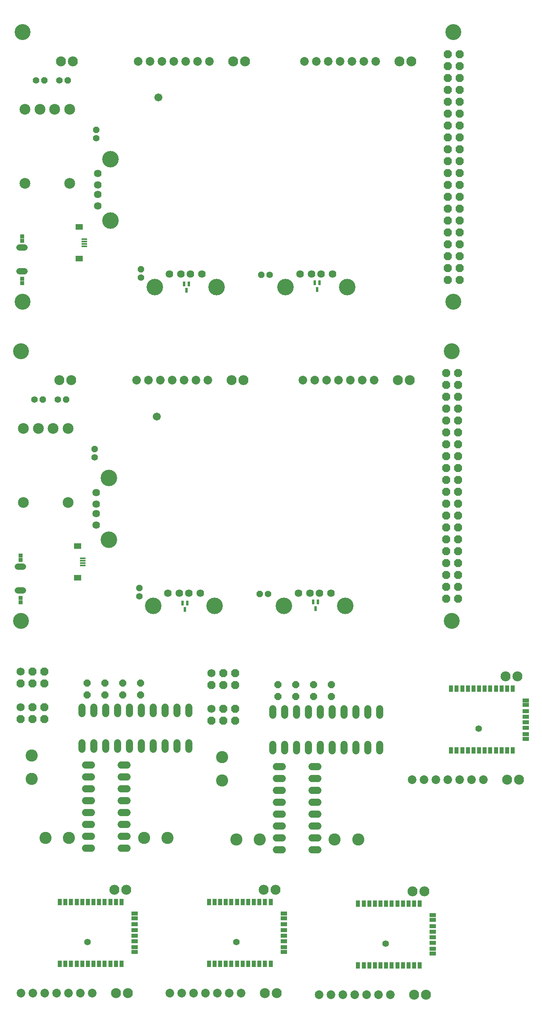
<source format=gbs>
G75*
G70*
%OFA0B0*%
%FSLAX24Y24*%
%IPPOS*%
%LPD*%
G04 *
G04 macro definitions for tiled file 'solderStiched.GBS':*
G04 *
%AMOC8*
5,1,8,0,0,1.08239X$1,22.5*
%
G04 *
G04 aperture list for tiled file 'solderStiched.GBS':*
G04 *
%ADD15C,0.0840*%
%ADD26C,0.0600*%
%ADD20R,0.0474X0.0178*%
%ADD28OC8,0.0600*%
%ADD25C,0.1025*%
%ADD14C,0.0730*%
%ADD13C,0.0560*%
%ADD16C,0.0640*%
%ADD31C,0.0555*%
%ADD27C,0.0680*%
%ADD29R,0.0330X0.0580*%
%ADD24C,0.0671*%
%ADD18R,0.0237X0.0395*%
%ADD21R,0.0608X0.0474*%
%ADD11C,0.0907*%
%ADD30R,0.0580X0.0330*%
%ADD19OC8,0.0680*%
%ADD22C,0.0520*%
%ADD23R,0.0336X0.0336*%
%ADD12OC8,0.0560*%
%ADD10C,0.1340*%
%ADD17C,0.1390*%
G04 *
G04 next data from source file './BDM2/bottom_soldermask.GBS', *
G04 source file key is 'infile_0003'. *
G04 *
D10*
X001564Y070713D03*
X001564Y093390D03*
X037824Y093390D03*
X037824Y070713D03*
D11*
X005527Y080668D03*
X001777Y080668D03*
X001777Y086918D03*
X003027Y086918D03*
X004277Y086918D03*
X005527Y086918D03*
D12*
X007785Y085157D03*
X005379Y089335D03*
X003410Y089335D03*
X011537Y073453D03*
X021687Y072961D03*
D13*
X022387Y072961D03*
X011537Y072753D03*
X007785Y084457D03*
X004679Y089335D03*
X002710Y089335D03*
D14*
X011304Y090953D03*
X012304Y090953D03*
X013304Y090953D03*
X014304Y090953D03*
X015304Y090953D03*
X016304Y090953D03*
X017304Y090953D03*
X025304Y090953D03*
X026304Y090953D03*
X027304Y090953D03*
X028304Y090953D03*
X029304Y090953D03*
X030304Y090953D03*
X031304Y090953D03*
D15*
X033304Y090953D03*
X034304Y090953D03*
X020304Y090953D03*
X019304Y090953D03*
X005804Y090953D03*
X004804Y090953D03*
D16*
X007916Y081509D03*
X007916Y080529D03*
X007916Y079739D03*
X007916Y078759D03*
X013929Y073023D03*
X014909Y073023D03*
X015699Y073023D03*
X016679Y073023D03*
X024929Y073023D03*
X025909Y073023D03*
X026699Y073023D03*
X027679Y073023D03*
D17*
X028889Y071953D03*
X023719Y071953D03*
X017889Y071953D03*
X012719Y071953D03*
X008986Y077549D03*
X008986Y082719D03*
D18*
X015167Y072209D03*
X015560Y072209D03*
X015364Y071658D03*
X026175Y072288D03*
X026568Y072288D03*
X026371Y071737D03*
D19*
X037364Y072552D03*
X038364Y072552D03*
X038364Y073552D03*
X038364Y074552D03*
X037364Y074552D03*
X037364Y073552D03*
X037364Y075552D03*
X038364Y075552D03*
X038364Y076552D03*
X038364Y077552D03*
X037364Y077552D03*
X037364Y076552D03*
X037364Y078552D03*
X038364Y078552D03*
X038364Y079552D03*
X037364Y079552D03*
X037364Y080552D03*
X038364Y080552D03*
X038364Y081552D03*
X037364Y081552D03*
X037364Y082552D03*
X038364Y082552D03*
X038364Y083552D03*
X037364Y083552D03*
X037364Y084552D03*
X038364Y084552D03*
X038364Y085552D03*
X037364Y085552D03*
X037364Y086552D03*
X038364Y086552D03*
X038364Y087552D03*
X037364Y087552D03*
X037364Y088552D03*
X038364Y088552D03*
X038364Y089552D03*
X038364Y090552D03*
X037364Y090552D03*
X037364Y089552D03*
X037364Y091552D03*
X038364Y091552D03*
D20*
X006761Y075969D03*
X006761Y075772D03*
X006761Y075575D03*
X006761Y075378D03*
D21*
X006348Y074339D03*
X006348Y077008D03*
D22*
X001745Y075256D02*
X001305Y075256D01*
X001305Y073256D02*
X001745Y073256D01*
D23*
X001525Y072622D03*
X001525Y072268D03*
X001525Y075851D03*
X001525Y076205D03*
D24*
X013021Y087918D03*
G04 *
G04 next data from source file './bluetooth4/bottom_soldermask.GBS', *
G04 source file key is 'infile_0008'. *
G04 *
D15*
X009440Y048075D03*
X010440Y048075D03*
X010561Y039376D03*
X009561Y039376D03*
D14*
X001560Y039375D03*
X002560Y039375D03*
X003560Y039375D03*
X004560Y039375D03*
X005560Y039375D03*
X006560Y039375D03*
X007560Y039375D03*
D29*
X007676Y041845D03*
X007203Y041845D03*
X006731Y041845D03*
X006259Y041845D03*
X005786Y041845D03*
X005314Y041845D03*
X004841Y041845D03*
X004841Y047042D03*
X005314Y047042D03*
X005786Y047042D03*
X006259Y047042D03*
X006731Y047042D03*
X007203Y047042D03*
X007676Y047042D03*
X008148Y047042D03*
X008621Y047042D03*
X009093Y047042D03*
X009566Y047042D03*
X010038Y047042D03*
X010038Y041845D03*
X009566Y041845D03*
X009093Y041845D03*
X008621Y041845D03*
X008148Y041845D03*
D30*
X011140Y042829D03*
X011140Y043223D03*
X011140Y043735D03*
X011140Y044207D03*
X011140Y044680D03*
X011140Y045152D03*
X011140Y045664D03*
X011140Y046058D03*
D31*
X007160Y043675D03*
G04 *
G04 next data from source file './BDM1/bottom_soldermask.GBS', *
G04 source file key is 'infile_0007'. *
G04 *
D10*
X001699Y097578D03*
X001699Y120255D03*
X037959Y120255D03*
X037959Y097578D03*
D11*
X005662Y107533D03*
X001912Y107533D03*
X001912Y113783D03*
X003162Y113783D03*
X004412Y113783D03*
X005662Y113783D03*
D12*
X007920Y112022D03*
X005514Y116200D03*
X003545Y116200D03*
X011672Y100318D03*
X021822Y099826D03*
D13*
X022522Y099826D03*
X011672Y099618D03*
X007920Y111322D03*
X004814Y116200D03*
X002845Y116200D03*
D14*
X011439Y117818D03*
X012439Y117818D03*
X013439Y117818D03*
X014439Y117818D03*
X015439Y117818D03*
X016439Y117818D03*
X017439Y117818D03*
X025439Y117818D03*
X026439Y117818D03*
X027439Y117818D03*
X028439Y117818D03*
X029439Y117818D03*
X030439Y117818D03*
X031439Y117818D03*
D15*
X033439Y117818D03*
X034439Y117818D03*
X020439Y117818D03*
X019439Y117818D03*
X005939Y117818D03*
X004939Y117818D03*
D16*
X008051Y108374D03*
X008051Y107394D03*
X008051Y106604D03*
X008051Y105624D03*
X014064Y099888D03*
X015044Y099888D03*
X015834Y099888D03*
X016814Y099888D03*
X025064Y099888D03*
X026044Y099888D03*
X026834Y099888D03*
X027814Y099888D03*
D17*
X029024Y098818D03*
X023854Y098818D03*
X018024Y098818D03*
X012854Y098818D03*
X009121Y104414D03*
X009121Y109584D03*
D18*
X015302Y099074D03*
X015695Y099074D03*
X015499Y098523D03*
X026310Y099153D03*
X026703Y099153D03*
X026506Y098602D03*
D19*
X037499Y099417D03*
X038499Y099417D03*
X038499Y100417D03*
X038499Y101417D03*
X037499Y101417D03*
X037499Y100417D03*
X037499Y102417D03*
X038499Y102417D03*
X038499Y103417D03*
X038499Y104417D03*
X037499Y104417D03*
X037499Y103417D03*
X037499Y105417D03*
X038499Y105417D03*
X038499Y106417D03*
X037499Y106417D03*
X037499Y107417D03*
X038499Y107417D03*
X038499Y108417D03*
X037499Y108417D03*
X037499Y109417D03*
X038499Y109417D03*
X038499Y110417D03*
X037499Y110417D03*
X037499Y111417D03*
X038499Y111417D03*
X038499Y112417D03*
X037499Y112417D03*
X037499Y113417D03*
X038499Y113417D03*
X038499Y114417D03*
X037499Y114417D03*
X037499Y115417D03*
X038499Y115417D03*
X038499Y116417D03*
X038499Y117417D03*
X037499Y117417D03*
X037499Y116417D03*
X037499Y118417D03*
X038499Y118417D03*
D20*
X006896Y102834D03*
X006896Y102637D03*
X006896Y102440D03*
X006896Y102243D03*
D21*
X006483Y101204D03*
X006483Y103873D03*
D22*
X001880Y102121D02*
X001440Y102121D01*
X001440Y100121D02*
X001880Y100121D01*
D23*
X001660Y099487D03*
X001660Y099133D03*
X001660Y102716D03*
X001660Y103070D03*
D24*
X013156Y114783D03*
G04 *
G04 next data from source file './bluetooth3/bottom_soldermask.GBS', *
G04 source file key is 'infile_0004'. *
G04 *
D15*
X034550Y047940D03*
X035550Y047940D03*
X035671Y039241D03*
X034671Y039241D03*
D14*
X026670Y039240D03*
X027670Y039240D03*
X028670Y039240D03*
X029670Y039240D03*
X030670Y039240D03*
X031670Y039240D03*
X032670Y039240D03*
D29*
X032786Y041710D03*
X032313Y041710D03*
X031841Y041710D03*
X031369Y041710D03*
X030896Y041710D03*
X030424Y041710D03*
X029951Y041710D03*
X029951Y046907D03*
X030424Y046907D03*
X030896Y046907D03*
X031369Y046907D03*
X031841Y046907D03*
X032313Y046907D03*
X032786Y046907D03*
X033258Y046907D03*
X033731Y046907D03*
X034203Y046907D03*
X034676Y046907D03*
X035148Y046907D03*
X035148Y041710D03*
X034676Y041710D03*
X034203Y041710D03*
X033731Y041710D03*
X033258Y041710D03*
D30*
X036250Y042694D03*
X036250Y043088D03*
X036250Y043600D03*
X036250Y044072D03*
X036250Y044545D03*
X036250Y045017D03*
X036250Y045529D03*
X036250Y045923D03*
D31*
X032270Y043540D03*
G04 *
G04 next data from source file './HCD2/bottom_soldermask.GBS', *
G04 source file key is 'infile_0002'. *
G04 *
D25*
X019707Y052312D03*
X021676Y052312D03*
X018522Y057273D03*
X018522Y059242D03*
X027990Y052313D03*
X029958Y052313D03*
D26*
X026577Y052434D02*
X026057Y052434D01*
X026057Y051434D02*
X026577Y051434D01*
X026577Y053434D02*
X026057Y053434D01*
X026057Y054434D02*
X026577Y054434D01*
X026577Y055434D02*
X026057Y055434D01*
X026057Y056434D02*
X026577Y056434D01*
X026577Y057434D02*
X026057Y057434D01*
X026057Y058434D02*
X026577Y058434D01*
X026778Y059767D02*
X026778Y060287D01*
X025778Y060287D02*
X025778Y059767D01*
X024778Y059767D02*
X024778Y060287D01*
X023778Y060287D02*
X023778Y059767D01*
X022778Y059767D02*
X022778Y060287D01*
X023057Y058434D02*
X023577Y058434D01*
X023577Y057434D02*
X023057Y057434D01*
X023057Y056434D02*
X023577Y056434D01*
X023577Y055434D02*
X023057Y055434D01*
X023057Y054434D02*
X023577Y054434D01*
X023577Y053434D02*
X023057Y053434D01*
X023057Y052434D02*
X023577Y052434D01*
X023577Y051434D02*
X023057Y051434D01*
X027778Y059767D02*
X027778Y060287D01*
X028778Y060287D02*
X028778Y059767D01*
X029778Y059767D02*
X029778Y060287D01*
X030778Y060287D02*
X030778Y059767D01*
X031778Y059767D02*
X031778Y060287D01*
X031778Y062767D02*
X031778Y063287D01*
X030778Y063287D02*
X030778Y062767D01*
X029778Y062767D02*
X029778Y063287D01*
X028778Y063287D02*
X028778Y062767D01*
X027778Y062767D02*
X027778Y063287D01*
X026778Y063287D02*
X026778Y062767D01*
X025778Y062767D02*
X025778Y063287D01*
X024778Y063287D02*
X024778Y062767D01*
X023778Y062767D02*
X023778Y063287D01*
X022778Y063287D02*
X022778Y062767D01*
D27*
X017618Y063307D03*
X017618Y066307D03*
D19*
X017618Y065307D03*
X018618Y065307D03*
X018618Y066307D03*
X019618Y066307D03*
X019618Y065307D03*
X019618Y063307D03*
X018618Y063307D03*
X018618Y062307D03*
X019618Y062307D03*
X017618Y062307D03*
D28*
X023218Y064337D03*
X023218Y065337D03*
X024718Y065337D03*
X024718Y064337D03*
X026218Y064337D03*
X026218Y065337D03*
X027718Y065337D03*
X027718Y064337D03*
G04 *
G04 next data from source file './HCD1/bottom_soldermask.GBS', *
G04 source file key is 'infile_0005'. *
G04 *
D25*
X003642Y052447D03*
X005611Y052447D03*
X002457Y057408D03*
X002457Y059377D03*
X011925Y052448D03*
X013893Y052448D03*
D26*
X010512Y052569D02*
X009992Y052569D01*
X009992Y051569D02*
X010512Y051569D01*
X010512Y053569D02*
X009992Y053569D01*
X009992Y054569D02*
X010512Y054569D01*
X010512Y055569D02*
X009992Y055569D01*
X009992Y056569D02*
X010512Y056569D01*
X010512Y057569D02*
X009992Y057569D01*
X009992Y058569D02*
X010512Y058569D01*
X010713Y059902D02*
X010713Y060422D01*
X009713Y060422D02*
X009713Y059902D01*
X008713Y059902D02*
X008713Y060422D01*
X007713Y060422D02*
X007713Y059902D01*
X006713Y059902D02*
X006713Y060422D01*
X006992Y058569D02*
X007512Y058569D01*
X007512Y057569D02*
X006992Y057569D01*
X006992Y056569D02*
X007512Y056569D01*
X007512Y055569D02*
X006992Y055569D01*
X006992Y054569D02*
X007512Y054569D01*
X007512Y053569D02*
X006992Y053569D01*
X006992Y052569D02*
X007512Y052569D01*
X007512Y051569D02*
X006992Y051569D01*
X011713Y059902D02*
X011713Y060422D01*
X012713Y060422D02*
X012713Y059902D01*
X013713Y059902D02*
X013713Y060422D01*
X014713Y060422D02*
X014713Y059902D01*
X015713Y059902D02*
X015713Y060422D01*
X015713Y062902D02*
X015713Y063422D01*
X014713Y063422D02*
X014713Y062902D01*
X013713Y062902D02*
X013713Y063422D01*
X012713Y063422D02*
X012713Y062902D01*
X011713Y062902D02*
X011713Y063422D01*
X010713Y063422D02*
X010713Y062902D01*
X009713Y062902D02*
X009713Y063422D01*
X008713Y063422D02*
X008713Y062902D01*
X007713Y062902D02*
X007713Y063422D01*
X006713Y063422D02*
X006713Y062902D01*
D27*
X001553Y063442D03*
X001553Y066442D03*
D19*
X001553Y065442D03*
X002553Y065442D03*
X002553Y066442D03*
X003553Y066442D03*
X003553Y065442D03*
X003553Y063442D03*
X002553Y063442D03*
X002553Y062442D03*
X003553Y062442D03*
X001553Y062442D03*
D28*
X007153Y064472D03*
X007153Y065472D03*
X008653Y065472D03*
X008653Y064472D03*
X010153Y064472D03*
X010153Y065472D03*
X011653Y065472D03*
X011653Y064472D03*
G04 *
G04 next data from source file './bluetooth5/bottom_soldermask.GBS', *
G04 source file key is 'infile_0006'. *
G04 *
D15*
X021995Y048075D03*
X022995Y048075D03*
X023116Y039376D03*
X022116Y039376D03*
D14*
X014115Y039375D03*
X015115Y039375D03*
X016115Y039375D03*
X017115Y039375D03*
X018115Y039375D03*
X019115Y039375D03*
X020115Y039375D03*
D29*
X020231Y041845D03*
X019758Y041845D03*
X019286Y041845D03*
X018814Y041845D03*
X018341Y041845D03*
X017869Y041845D03*
X017396Y041845D03*
X017396Y047042D03*
X017869Y047042D03*
X018341Y047042D03*
X018814Y047042D03*
X019286Y047042D03*
X019758Y047042D03*
X020231Y047042D03*
X020703Y047042D03*
X021176Y047042D03*
X021648Y047042D03*
X022121Y047042D03*
X022593Y047042D03*
X022593Y041845D03*
X022121Y041845D03*
X021648Y041845D03*
X021176Y041845D03*
X020703Y041845D03*
D30*
X023695Y042829D03*
X023695Y043223D03*
X023695Y043735D03*
X023695Y044207D03*
X023695Y044680D03*
X023695Y045152D03*
X023695Y045664D03*
X023695Y046058D03*
D31*
X019715Y043675D03*
G04 *
G04 next data from source file './bluetooth6/bottom_soldermask.GBS', *
G04 source file key is 'infile_0001'. *
G04 *
D15*
X042380Y066030D03*
X043380Y066030D03*
X043501Y057331D03*
X042501Y057331D03*
D14*
X034500Y057330D03*
X035500Y057330D03*
X036500Y057330D03*
X037500Y057330D03*
X038500Y057330D03*
X039500Y057330D03*
X040500Y057330D03*
D29*
X040616Y059800D03*
X040143Y059800D03*
X039671Y059800D03*
X039199Y059800D03*
X038726Y059800D03*
X038254Y059800D03*
X037781Y059800D03*
X037781Y064997D03*
X038254Y064997D03*
X038726Y064997D03*
X039199Y064997D03*
X039671Y064997D03*
X040143Y064997D03*
X040616Y064997D03*
X041088Y064997D03*
X041561Y064997D03*
X042033Y064997D03*
X042506Y064997D03*
X042978Y064997D03*
X042978Y059800D03*
X042506Y059800D03*
X042033Y059800D03*
X041561Y059800D03*
X041088Y059800D03*
D30*
X044080Y060784D03*
X044080Y061178D03*
X044080Y061690D03*
X044080Y062162D03*
X044080Y062635D03*
X044080Y063107D03*
X044080Y063619D03*
X044080Y064013D03*
D31*
X040100Y061630D03*
M02*

</source>
